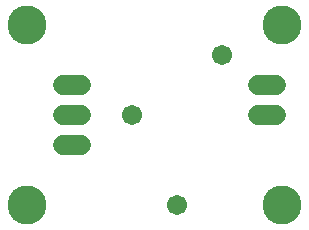
<source format=gbr>
G04 EAGLE Gerber RS-274X export*
G75*
%MOMM*%
%FSLAX34Y34*%
%LPD*%
%INSoldermask Bottom*%
%IPPOS*%
%AMOC8*
5,1,8,0,0,1.08239X$1,22.5*%
G01*
%ADD10C,3.303200*%
%ADD11C,1.711200*%
%ADD12C,1.703200*%


D10*
X25400Y177800D03*
X25400Y25400D03*
X241300Y25400D03*
X241300Y177800D03*
D11*
X236140Y101600D02*
X221060Y101600D01*
X221060Y127000D02*
X236140Y127000D01*
X71040Y127000D02*
X55960Y127000D01*
X55960Y101600D02*
X71040Y101600D01*
X71040Y76200D02*
X55960Y76200D01*
D12*
X152400Y25400D03*
X190500Y152400D03*
X114300Y101600D03*
M02*

</source>
